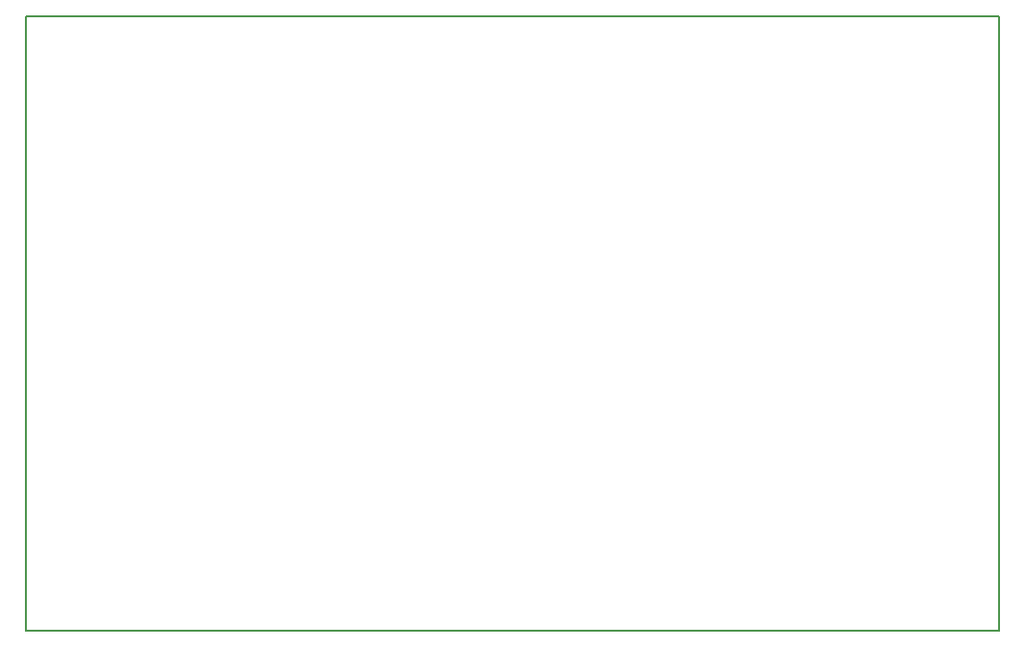
<source format=gbp>
G04 (created by PCBNEW-RS274X (2011-06-08)-testing) date Do 23 Jun 2011 00:18:01 CEST*
G01*
G70*
G90*
%MOIN*%
G04 Gerber Fmt 3.4, Leading zero omitted, Abs format*
%FSLAX34Y34*%
G04 APERTURE LIST*
%ADD10C,0.006000*%
%ADD11C,0.008000*%
G04 APERTURE END LIST*
G54D10*
G54D11*
X14450Y-56300D02*
X14450Y-34950D01*
X48250Y-56300D02*
X14450Y-56300D01*
X48250Y-34950D02*
X48250Y-56300D01*
X15250Y-34950D02*
X48250Y-34950D01*
X14450Y-34950D02*
X15250Y-34950D01*
M02*

</source>
